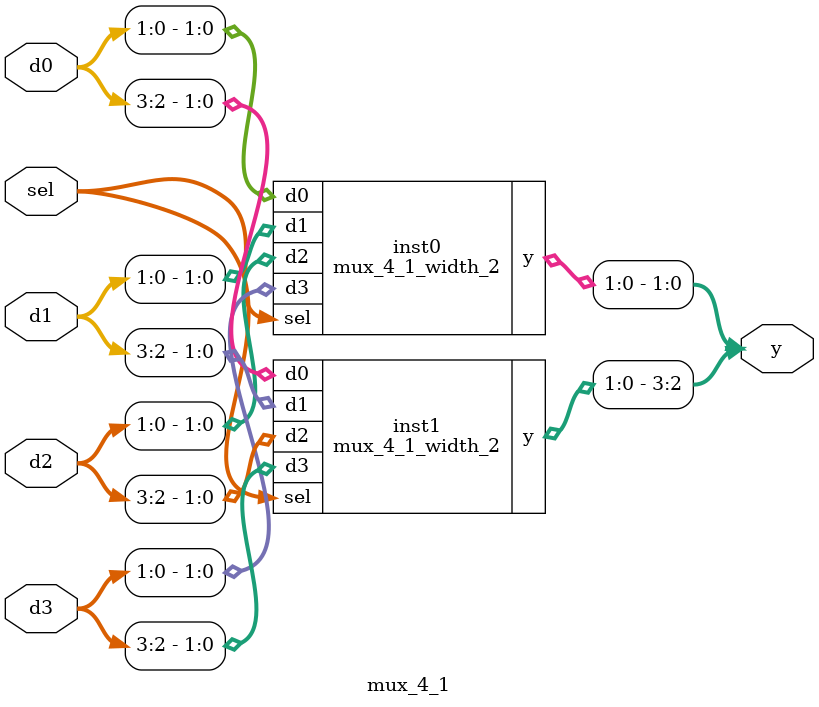
<source format=sv>

module mux_4_1_width_2
(
  input  [1:0] d0, d1, d2, d3,
  input  [1:0] sel,
  output [1:0] y
);

  assign y = sel [1] ? (sel [0] ? d3 : d2)
                     : (sel [0] ? d1 : d0);

endmodule

//----------------------------------------------------------------------------
// Task
//----------------------------------------------------------------------------

module mux_4_1
(
  input  [3:0] d0, d1, d2, d3,
  input  [1:0] sel,
  output [3:0] y
);

  // Task:
  // Implement mux_4_1 with 4-bit data
  // using two instances of mux_4_1_width_2 with 2-bit data
  mux_4_1_width_2 inst0 (d0[1:0], d1[1:0], d2[1:0], d3[1:0], sel, y[1:0]);
  mux_4_1_width_2 inst1 (d0[3:2], d1[3:2], d2[3:2], d3[3:2], sel, y[3:2]);

endmodule

</source>
